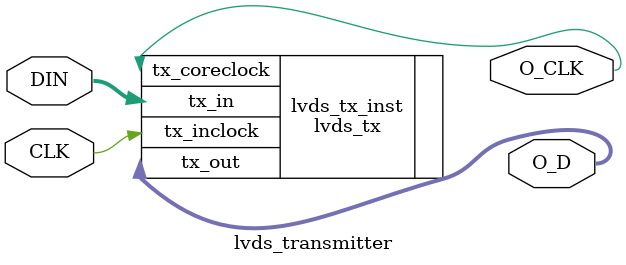
<source format=v>
`timescale 1ns / 1ps
`default_nettype none

module lvds_transmitter(
	input wire [11:0] DIN,
	input wire CLK,
	output wire O_CLK,
	//output wire O_FRAME,
	output wire [1:0] O_D
);

	// this is a megafunction that is two channel, internal PLL
	lvds_tx	lvds_tx_inst (
	.tx_in ( DIN ),
	.tx_inclock ( CLK ),
	.tx_out ( O_D ),
	.tx_coreclock ( O_CLK )
	);
endmodule
</source>
